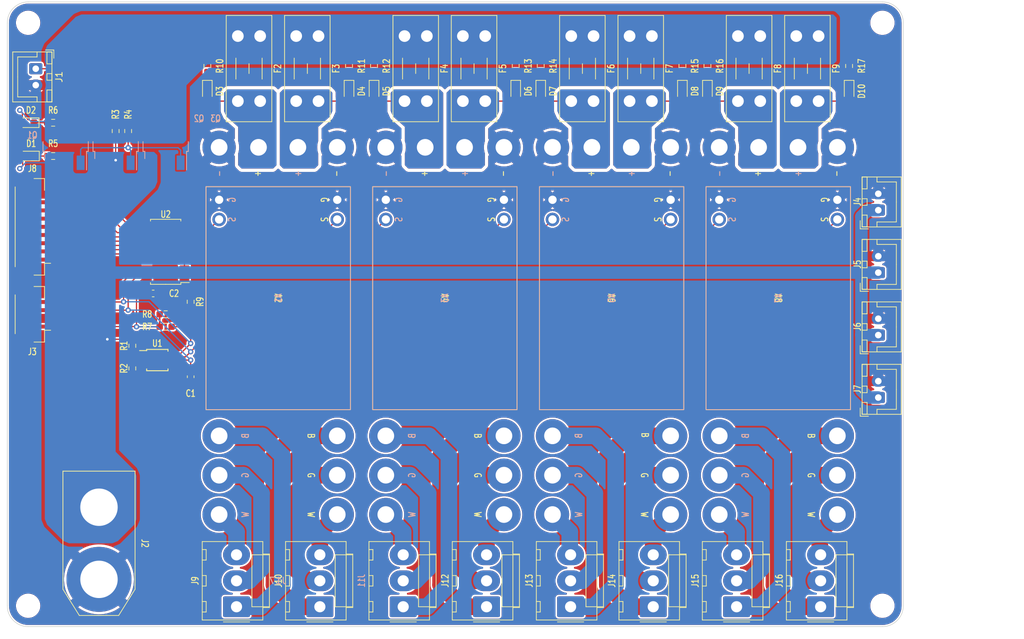
<source format=kicad_pcb>
(kicad_pcb (version 20211014) (generator pcbnew)
  (layers (0 "F.Cu" signal) (1 "In1.Cu" signal) (2 "In2.Cu" signal) (31 "B.Cu" signal) (34 "B.Paste" user) (35 "F.Paste" user) (36 "B.SilkS" user "B.Silkscreen") (37 "F.SilkS" user "F.Silkscreen") (38 "B.Mask" user) (39 "F.Mask" user) (44 "Edge.Cuts" user))
  (net 0 "")
  (net 1 "GND")
  (net 2 "/ESC1/+")
  (net 3 "/ESC1/B")
  (net 4 "/ESC1/G")
  (net 5 "/ESC1/W")
  (net 6 "/PWM1")
  (net 7 "/ESC2/+")
  (net 8 "/ESC2/B")
  (net 9 "/ESC2/G")
  (net 10 "/ESC2/W")
  (net 11 "/PWM2")
  (net 12 "/ESC3/+")
  (net 13 "/ESC3/B")
  (net 14 "/ESC3/G")
  (net 15 "/ESC3/W")
  (net 16 "/PWM3")
  (net 17 "/ESC4/+")
  (net 18 "/ESC4/B")
  (net 19 "/ESC4/G")
  (net 20 "/ESC4/W")
  (net 21 "/PWM4")
  (net 22 "/ESC5/+")
  (net 23 "/ESC5/B")
  (net 24 "/ESC5/G")
  (net 25 "/ESC5/W")
  (net 26 "/PWM5")
  (net 27 "/ESC6/+")
  (net 28 "/ESC6/B")
  (net 29 "/ESC6/G")
  (net 30 "/ESC6/W")
  (net 31 "/PWM6")
  (net 32 "/ESC7/+")
  (net 33 "/ESC7/B")
  (net 34 "/ESC7/G")
  (net 35 "/ESC7/W")
  (net 36 "/PWM7")
  (net 37 "/ESC8/+")
  (net 38 "/ESC8/B")
  (net 39 "/ESC8/G")
  (net 40 "/ESC8/W")
  (net 41 "/PWM8")
  (net 42 "+3.3V")
  (net 43 "Net-(D1-Pad1)")
  (net 44 "Net-(D2-Pad1)")
  (net 45 "+ARM")
  (net 46 "Net-(D3-Pad1)")
  (net 47 "Net-(D4-Pad1)")
  (net 48 "Net-(D5-Pad1)")
  (net 49 "Net-(D6-Pad1)")
  (net 50 "Net-(D7-Pad1)")
  (net 51 "Net-(D8-Pad1)")
  (net 52 "Net-(D9-Pad1)")
  (net 53 "Net-(D10-Pad1)")
  (net 54 "/~{KS}")
  (net 55 "/SCL")
  (net 56 "/SDA")
  (net 57 "/E1")
  (net 58 "/E5")
  (net 59 "/E2")
  (net 60 "/E6")
  (net 61 "/E3")
  (net 62 "/E7")
  (net 63 "/E4")
  (net 64 "/E8")
  (net 65 "Net-(R1-Pad2)")
  (net 70 "+BATT")
  (net 72 "Net-(J1-Pad1)")
  (net 73 "Net-(R9-Pad1)")
  (footprint "Package_SO:TSSOP-28_4.4x9.7mm_P0.65mm" (layer "F.Cu") (at 84.455 88.9 180)
    (fp_text reference "U2")
    (fp_text value "PCA9685PW")
  )
  (footprint "Connector_Molex:Molex_KK-396_A-41791-0003_1x03_P3.96mm_Vertical" (layer "F.Cu") (at 184.255 143.025 90)
    (fp_text reference "J16")
    (fp_text value "T8")
  )
  (footprint "AUVCSLA_FootLib:BasicESC" (layer "F.Cu") (at 101.6 100.965 -90)
    (fp_text reference "A2")
    (fp_text value "BasicESC")
  )
  (footprint "Connector_JST:JST_XH_B2B-XH-A_1x02_P2.50mm_Vertical" (layer "F.Cu") (at 64.66 60.98 -90)
    (fp_text reference "J1")
    (fp_text value "KS")
  )
  (footprint "Fuse:Fuseholder_Blade_Mini_Keystone_3568" (layer "F.Cu") (at 175.055 56 -90)
    (fp_text reference "F8")
    (fp_text value "20A")
  )
  (footprint "Resistor_SMD:R_0603_1608Metric_Pad0.98x0.95mm_HandSolder" (layer "F.Cu") (at 137.795 60.5625 -90)
    (fp_text reference "R13")
    (fp_text value "820")
  )
  (footprint "Connector_Molex:Molex_KK-396_A-41791-0003_1x03_P3.96mm_Vertical" (layer "F.Cu") (at 107.95 143.025 90)
    (fp_text reference "J10")
    (fp_text value "T2")
  )
  (footprint "Connector_Molex:Molex_KK-396_A-41791-0003_1x03_P3.96mm_Vertical" (layer "F.Cu") (at 171.45 143.025 90)
    (fp_text reference "J15")
    (fp_text value "T7")
  )
  (footprint "Resistor_SMD:R_0603_1608Metric_Pad0.98x0.95mm_HandSolder" (layer "F.Cu") (at 163.195 60.5625 -90)
    (fp_text reference "R15")
    (fp_text value "820")
  )
  (footprint "Resistor_SMD:R_0603_1608Metric_Pad0.98x0.95mm_HandSolder" (layer "F.Cu") (at 90.805 60.5625 -90)
    (fp_text reference "R10")
    (fp_text value "820")
  )
  (footprint "Resistor_SMD:R_0603_1608Metric_Pad0.98x0.95mm_HandSolder" (layer "F.Cu") (at 84.455 100.33 180)
    (fp_text reference "R7")
    (fp_text value "4.7k")
  )
  (footprint "Resistor_SMD:R_0603_1608Metric_Pad0.98x0.95mm_HandSolder" (layer "F.Cu") (at 76.835 70.485 -90)
    (fp_text reference "R3")
    (fp_text value "68k")
  )
  (footprint "Connector_JST:JST_XH_B2B-XH-A_1x02_P2.50mm_Vertical" (layer "F.Cu") (at 193.04 82.55 90)
    (fp_text reference "J4")
    (fp_text value "P1")
  )
  (footprint "Connector_Molex:Molex_KK-396_A-41791-0003_1x03_P3.96mm_Vertical" (layer "F.Cu") (at 95.25 143.025 90)
    (fp_text reference "J9")
    (fp_text value "T1")
  )
  (footprint "Resistor_SMD:R_0603_1608Metric_Pad0.98x0.95mm_HandSolder" (layer "F.Cu") (at 67.31 74.295)
    (fp_text reference "R5")
    (fp_text value "820")
  )
  (footprint "Connector_Molex:Molex_KK-396_A-41791-0003_1x03_P3.96mm_Vertical" (layer "F.Cu") (at 120.65 143.025 90)
    (fp_text reference "J11")
    (fp_text value "T3")
  )
  (footprint "Capacitor_SMD:C_0603_1608Metric_Pad1.08x0.95mm_HandSolder" (layer "F.Cu") (at 82.55 95.25)
    (fp_text reference "C2")
    (fp_text value "0.1u")
  )
  (footprint "MountingHole:MountingHole_3.2mm_M3" (layer "F.Cu") (at 63.5 142.875)
    (fp_text reference "H3" hide)
    (fp_text value "MountingHole")
  )
  (footprint "Fuse:Fuseholder_Blade_Mini_Keystone_3568" (layer "F.Cu") (at 183.945 56 -90)
    (fp_text reference "F9")
    (fp_text value "20A")
  )
  (footprint "Connector_JST:JST_XH_B2B-XH-A_1x02_P2.50mm_Vertical" (layer "F.Cu") (at 193.04 92.075 90)
    (fp_text reference "J5")
    (fp_text value "P2")
  )
  (footprint "Fuse:Fuseholder_Blade_Mini_Keystone_3568" (layer "F.Cu") (at 107.745 56 -90)
    (fp_text reference "F3")
    (fp_text value "20A")
  )
  (footprint "Connector_JST:JST_XH_B2B-XH-A_1x02_P2.50mm_Vertical" (layer "F.Cu") (at 193.04 101.6 90)
    (fp_text reference "J6")
    (fp_text value "P3")
  )
  (footprint "Fuse:Fuseholder_Blade_Mini_Keystone_3568" (layer "F.Cu") (at 98.855 56 -90)
    (fp_text reference "F2")
    (fp_text value "20A")
  )
  (footprint "Fuse:Fuseholder_Blade_Mini_Keystone_3568" (layer "F.Cu") (at 124.255 56 -90)
    (fp_text reference "F4")
    (fp_text value "20A")
  )
  (footprint "Fuse:Fuseholder_Blade_Mini_Keystone_3568" (layer "F.Cu") (at 158.545 56 -90)
    (fp_text reference "F7")
    (fp_text value "20A")
  )
  (footprint "Resistor_SMD:R_0603_1608Metric_Pad0.98x0.95mm_HandSolder" (layer "F.Cu") (at 79.375 103.2275 -90)
    (fp_text reference "R1")
    (fp_text value "68k")
  )
  (footprint "Connector_JST:JST_GH_BM04B-GHS-TBT_1x04-1MP_P1.25mm_Vertical" (layer "F.Cu") (at 64.135 98.425 90)
    (fp_text reference "J3")
    (fp_text value "I2C")
  )
  (footprint "Fuse:Fuseholder_Blade_Mini_Keystone_3568" (layer "F.Cu") (at 133.145 56 -90)
    (fp_text reference "F5")
    (fp_text value "20A")
  )
  (footprint "MountingHole:MountingHole_3.2mm_M3" (layer "F.Cu") (at 193.675 142.875)
    (fp_text reference "H4" hide)
    (fp_text value "MountingHole")
  )
  (footprint "Resistor_SMD:R_0603_1608Metric_Pad0.98x0.95mm_HandSolder" (layer "F.Cu") (at 84.455 98.425 180)
    (fp_text reference "R8")
    (fp_text value "4.7k")
  )
  (footprint "Resistor_SMD:R_0603_1608Metric_Pad0.98x0.95mm_HandSolder" (layer "F.Cu") (at 167.005 60.5625 -90)
    (fp_text reference "R16")
    (fp_text value "820")
  )
  (footprint "MountingHole:MountingHole_3.2mm_M3" (layer "F.Cu") (at 63.5 53.975)
    (fp_text reference "H1" hide)
    (fp_text value "MountingHole")
  )
  (footprint "LED_SMD:LED_0603_1608Metric_Pad1.05x0.95mm_HandSolder" (layer "F.Cu") (at 63.5375 74.295 180)
    (fp_text reference "D1")
    (fp_text value "PWR")
  )
  (footprint "Resistor_SMD:R_0603_1608Metric_Pad0.98x0.95mm_HandSolder" (layer "F.Cu") (at 67.31 69.215)
    (fp_text reference "R6")
    (fp_text value "820")
  )
  (footprint "Resistor_SMD:R_0603_1608Metric_Pad0.98x0.95mm_HandSolder" (layer "F.Cu") (at 188.595 60.5625 -90)
    (fp_text reference "R17")
    (fp_text value "820")
  )
  (footprint "AUVCSLA_FootLib:XT90" (layer "F.Cu") (at 74.295 133.35 -90)
    (fp_text reference "J2")
    (fp_text value "BATT")
  )
  (footprint "Resistor_SMD:R_0603_1608Metric_Pad0.98x0.95mm_HandSolder" (layer "F.Cu") (at 78.74 70.485 90)
    (fp_text reference "R4")
    (fp_text value "4.7k")
  )
  (footprint "Connector_JST:JST_XH_B2B-XH-A_1x02_P2.50mm_Vertical" (layer "F.Cu") (at 193.04 111.125 90)
    (fp_text reference "J7")
    (fp_text value "P4")
  )
  (footprint "Connector_Molex:Molex_KK-396_A-41791-0003_1x03_P3.96mm_Vertical" (layer "F.Cu") (at 146.155 143.025 90)
    (fp_text reference "J13")
    (fp_text value "T5")
  )
  (footprint "AUVCSLA_FootLib:BasicESC" (layer "F.Cu") (at 177.805 100.965 -90)
    (fp_text reference "A8")
    (fp_text value "BasicESC")
  )
  (footprint "LED_SMD:LED_0603_1608Metric_Pad1.05x0.95mm_HandSolder" (layer "F.Cu") (at 90.805 64.41 -90)
    (fp_text reference "D3")
    (fp_text value "PWR")
  )
  (footprint "LED_SMD:LED_0603_1608Metric_Pad1.05x0.95mm_HandSolder" (layer "F.Cu") (at 141.605 64.41 -90)
    (fp_text reference "D7")
    (fp_text value "PWR")
  )
  (footprint "Fuse:Fuseholder_Blade_Mini_Keystone_3568" (layer "F.Cu") (at 149.655 56 -90)
    (fp_text reference "F6")
    (fp_text value "20A")
  )
  (footprint "Resistor_SMD:R_0603_1608Metric_Pad0.98x0.95mm_HandSolder" (layer "F.Cu") (at 79.375 106.68 -90)
    (fp_text reference "R2")
    (fp_text value "15k")
  )
  (footprint "LED_SMD:LED_0603_1608Metric_Pad1.05x0.95mm_HandSolder" (layer "F.Cu") (at 116.205 64.41 -90)
    (fp_text reference "D5")
    (fp_text value "PWR")
  )
  (footprint "Resistor_SMD:R_0603_1608Metric_Pad0.98x0.95mm_HandSolder" (layer "F.Cu") (at 141.605 60.5625 -90)
    (fp_text reference "R14")
    (fp_text value "820")
  )
  (footprint "Capacitor_SMD:C_0603_1608Metric_Pad1.08x0.95mm_HandSolder" (layer "F.Cu") (at 88.265 107.95 -90)
    (fp_text reference "C1")
    (fp_text value "0.1u")
  )
  (footprint "Connector_Molex:Molex_KK-396_A-41791-0003_1x03_P3.96mm_Vertical" (layer "F.Cu") (at 133.35 143.025 90)
    (fp_text reference "J12")
    (fp_text value "T4")
  )
  (footprint "LED_SMD:LED_0603_1608Metric_Pad1.05x0.95mm_HandSolder" (layer "F.Cu") (at 112.395 64.41 -90)
    (fp_text reference "D4")
    (fp_text value "PWR")
  )
  (footprint "Package_SO:TSSOP-10_3x3mm_P0.5mm" (layer "F.Cu") (at 83.185 105.41)
    (fp_text reference "U1")
    (fp_text value "ADS1113IDGS")
  )
  (footprint "LED_SMD:LED_0603_1608Metric_Pad1.05x0.95mm_HandSolder" (layer "F.Cu") (at 167.005 64.41 -90)
    (fp_text reference "D9")
    (fp_text value "PWR")
  )
  (footprint "AUVCSLA_FootLib:BasicESC" (layer "F.Cu") (at 152.4 100.965 -90)
    (fp_text reference "A6")
    (fp_text value "BasicESC")
  )
  (footprint "Connector_Molex:Molex_KK-396_A-41791-0003_1x03_P3.96mm_Vertical" (layer "F.Cu") (at 158.75 143.025 90)
    (fp_text reference "J14")
    (fp_text value "T6")
  )
  (footprint "LED_SMD:LED_0603_1608Metric_Pad1.05x0.95mm_HandSolder" (layer "F.Cu") (at 188.595 64.41 -90)
    (fp_text reference "D10")
    (fp_text value "PWR")
  )
  (footprint "LED_SMD:LED_0603_1608Metric_Pad1.05x0.95mm_HandSolder" (layer "F.Cu") (at 63.5 69.215 180)
    (fp_text reference "D2")
    (fp_text value "ARM")
  )
  (footprint "MountingHole:MountingHole_3.2mm_M3" (layer "F.Cu") (at 193.675 53.975)
    (fp_text reference "H2" hide)
    (fp_text value "MountingHole")
  )
  (footprint "Resistor_SMD:R_0603_1608Metric_Pad0.98x0.95mm_HandSolder" (layer "F.Cu") (at 116.205 60.5625 -90)
    (fp_text reference "R12")
    (fp_text value "820")
  )
  (footprint "LED_SMD:LED_0603_1608Metric_Pad1.05x0.95mm_HandSolder" (layer "F.Cu") (at 163.195 64.41 -90)
    (fp_text reference "D8")
    (fp_text value "PWR")
  )
  (footprint "Connector_JST:JST_GH_BM09B-GHS-TBT_1x09-1MP_P1.25mm_Vertical" (layer "F.Cu") (at 64.135 85.09 90)
    (fp_text reference "J8")
    (fp_text value "PWM")
  )
  (footprint "Resistor_SMD:R_0603_1608Metric_Pad0.98x0.95mm_HandSolder" (layer "F.Cu") (at 88.265 96.52 -90)
    (fp_text reference "R9")
    (fp_text value "4.7k")
  )
  (footprint "Resistor_SMD:R_0603_1608Metric_Pad0.98x0.95mm_HandSolder" (layer "F.Cu") (at 112.395 60.5625 -90)
    (fp_text reference "R11")
    (fp_text value "820")
  )
  (footprint "AUVCSLA_FootLib:BasicESC" (layer "F.Cu") (at 127 100.965 -90)
    (fp_text reference "A4")
    (fp_text value "BasicESC")
  )
  (footprint "LED_SMD:LED_0603_1608Metric_Pad1.05x0.95mm_HandSolder" (layer "F.Cu") (at 137.795 64.41 -90)
    (fp_text reference "D6")
    (fp_text value "PWR")
  )
  (footprint "Package_TO_SOT_SMD:TO-252-2" (layer "B.Cu") (at 69.215 71.12 90)
    (fp_text reference "Q1")
    (fp_text value "SUD50P08")
  )
  (footprint "AUVCSLA_FootLib:BasicESC" (layer "B.Cu") (at 127 100.965 -90)
    (fp_text reference "A3")
    (fp_text value "BasicESC")
  )
  (footprint "Package_TO_SOT_SMD:TO-252-2" (layer "B.Cu") (at 84.455 71.12 90)
    (fp_text reference "Q3")
    (fp_text value "SUD50P08")
  )
  (footprint "AUVCSLA_FootLib:BasicESC" (layer "B.Cu") (at 152.4 100.965 -90)
    (fp_text reference "A5")
    (fp_text value "BasicESC")
  )
  (footprint "AUVCSLA_FootLib:BasicESC" (layer "B.Cu") (at 177.805 100.965 -90)
    (fp_text reference "A7")
    (fp_text value "BasicESC")
  )
  (footprint "AUVCSLA_FootLib:BasicESC" (layer "B.Cu") (at 101.6 100.965 -90)
    (fp_text reference "A1")
    (fp_text value "BasicESC")
  )
  (footprint "Package_TO_SOT_SMD:TO-252-2" (layer "B.Cu") (at 76.835 71.12 90)
    (fp_text reference "Q2")
    (fp_text value "SUD50P08")
  )
  (gr_arc (start 196.85 142.875) (mid 195.920064 145.120064) (end 193.675 146.05) (layer "Edge.Cuts") (width 0.1))
  (gr_line (start 60.325 142.875) (end 60.325 53.975) (layer "Edge.Cuts") (width 0.1))
  (gr_arc (start 60.325 53.975) (mid 61.254936 51.729936) (end 63.5 50.8) (layer "Edge.Cuts") (width 0.1))
  (gr_line (start 193.675 146.05) (end 63.5 146.05) (layer "Edge.Cuts") (width 0.1))
  (gr_arc (start 193.675 50.8) (mid 195.920064 51.729936) (end 196.85 53.975) (layer "Edge.Cuts") (width 0.1))
  (gr_line (start 63.5 50.8) (end 193.675 50.8) (layer "Edge.Cuts") (width 0.1))
  (gr_line (start 196.85 53.975) (end 196.85 142.875) (layer "Edge.Cuts") (width 0.1))
  (gr_arc (start 63.5 146.05) (mid 61.254936 145.120064) (end 60.325 142.875) (layer "Edge.Cuts") (width 0.1))
  (gr_text "J17" (at 101.56 139.065) (layer "B.SilkS") (effects (font (size 1 1)) (justify mirror)))
  (segment (start 81.035 105.41) (end 81.915 105.41) (width 0.1905) (layer "F.Cu") (net 1))
  (segment (start 90.805 65.285) (end 91.955 65.285) (width 0.1905) (layer "F.Cu") (net 2))
  (segment (start 91.955 65.285) (end 92.59 65.92) (width 0.1905) (layer "F.Cu") (net 2))
  (segment (start 92.59 65.92) (end 95.455 65.92) (width 0.1905) (layer "F.Cu") (net 2))
  (segment (start 98.91 143.025) (end 95.25 143.025) (width 2.54) (layer "B.Cu") (net 3))
  (segment (start 99.185 116.965) (end 102.235 120.015) (width 2.54) (layer "B.Cu") (net 3))
  (segment (start 102.235 120.015) (end 102.235 139.7) (width 2.54) (layer "B.Cu") (net 3))
  (segment (start 92.6 116.965) (end 99.185 116.965) (width 2.54) (layer "B.Cu") (net 3))
  (segment (start 102.235 139.7) (end 98.91 143.025) (width 2.54) (layer "B.Cu") (net 3))
  (segment (start 99.06 125.73) (end 99.06 137.16) (width 2.54) (layer "B.Cu") (net 4))
  (segment (start 99.06 137.16) (end 97.155 139.065) (width 2.54) (layer "B.Cu") (net 4))
  (segment (start 96.295 122.965) (end 99.06 125.73) (width 2.54) (layer "B.Cu") (net 4))
  (segment (start 97.155 139.065) (end 95.25 139.065) (width 2.54) (layer "B.Cu") (net 4))
  (segment (start 92.6 122.965) (end 96.295 122.965) (width 2.54) (layer "B.Cu") (net 4))
  (segment (start 95.25 135.105) (end 95.25 131.615) (width 2.54) (layer "B.Cu") (net 5))
  (segment (start 95.25 131.615) (end 92.6 128.965) (width 2.54) (layer "B.Cu") (net 5))
  (segment (start 91.24 85.325) (end 87.3175 85.325) (width 0.1905) (layer "F.Cu") (net 6))
  (segment (start 92.6 83.965) (end 91.24 85.325) (width 0.1905) (layer "F.Cu") (net 6))
  (segment (start 110.61 65.92) (end 107.745 65.92) (width 0.1905) (layer "F.Cu") (net 7))
  (segment (start 112.395 65.285) (end 111.245 65.285) (width 0.1905) (layer "F.Cu") (net 7))
  (segment (start 111.245 65.285) (end 110.61 65.92) (width 0.1905) (layer "F.Cu") (net 7))
  (segment (start 107.95 143.025) (end 104.29 143.025) (width 2.54) (layer "F.Cu") (net 8))
  (segment (start 100.965 120.015) (end 104.015 116.965) (width 2.54) (layer "F.Cu") (net 8))
  (segment (start 104.015 116.965) (end 110.6 116.965) (width 2.54) (layer "F.Cu") (net 8))
  (segment (start 104.29 143.025) (end 100.965 139.7) (width 2.54) (layer "F.Cu") (net 8))
  (segment (start 100.965 139.7) (end 100.965 120.015) (width 2.54) (layer "F.Cu") (net 8))
  (segment (start 104.14 125.73) (end 106.905 122.965) (width 2.54) (layer "F.Cu") (net 9))
  (segment (start 106.905 122.965) (end 110.6 122.965) (width 2.54) (layer "F.Cu") (net 9))
  (segment (start 106.045 139.065) (end 104.14 137.16) (width 2.54) (layer "F.Cu") (net 9))
  (segment (start 107.95 139.065) (end 106.045 139.065) (width 2.54) (layer "F.Cu") (net 9))
  (segment (start 104.14 137.16) (end 104.14 125.73) (width 2.54) (layer "F.Cu") (net 9))
  (segment (start 107.95 131.615) (end 110.6 128.965) (width 2.54) (layer "F.Cu") (net 10))
  (segment (start 107.95 135.105) (end 107.95 131.615) (width 2.54) (layer "F.Cu") (net 10))
  (segment (start 110.6 83.965) (end 108.59 85.975) (width 0.1905) (layer "F.Cu") (net 11))
  (segment (start 108.59 85.975) (end 87.3175 85.975) (width 0.1905) (layer "F.Cu") (net 11))
  (segment (start 117.355 65.285) (end 117.99 65.92) (width 0.1905) (layer "F.Cu") (net 12))
  (segment (start 117.99 65.92) (end 120.855 65.92) (width 0.1905) (layer "F.Cu") (net 12))
  (segment (start 116.205 65.285) (end 117.355 65.285) (width 0.1905) (layer "F.Cu") (net 12))
  (segment (start 127.618 120.017) (end 127.618 139.702) (width 2.54) (layer "B.Cu") (net 13))
  (segment (start 124.293 143.027) (end 120.633 143.027) (width 2.54) (layer "B.Cu") (net 13))
  (segment (start 124.568 116.967) (end 127.618 120.017) (width 2.54) (layer "B.Cu") (net 13))
  (segment (start 127.618 139.702) (end 124.293 143.027) (width 2.54) (layer "B.Cu") (net 13))
  (segment (start 117.983 116.967) (end 124.568 116.967) (width 2.54) (layer "B.Cu") (net 13))
  (segment (start 124.443 125.732) (end 124.443 137.162) (width 2.54) (layer "B.Cu") (net 14))
  (segment (start 117.983 122.967) (end 121.678 122.967) (width 2.54) (layer "B.Cu") (net 14))
  (segment (start 122.538 139.067) (end 120.633 139.067) (width 2.54) (layer "B.Cu") (net 14))
  (segment (start 124.443 137.162) (end 122.538 139.067) (width 2.54) (layer "B.Cu") (net 14))
  (segment (start 121.678 122.967) (end 124.443 125.732) (width 2.54) (layer "B.Cu") (net 14))
  (segment (start 120.633 135.107) (end 120.633 131.617) (width 2.54) (layer "B.Cu") (net 15))
  (segment (start 120.633 131.617) (end 117.983 128.967) (width 2.54) (layer "B.Cu") (net 15))
  (segment (start 116.24 85.725) (end 116.205 85.725) (width 0.1905) (layer "F.Cu") (net 16))
  (segment (start 118 83.965) (end 116.24 85.725) (width 0.1905) (layer "F.Cu") (net 16))
  (segment (start 115.305 86.625) (end 87.3175 86.625) (width 0.1905) (layer "F.Cu") (net 16))
  (segment (start 116.205 85.725) (end 115.305 86.625) (width 0.1905) (layer "F.Cu") (net 16))
  (segment (start 136.01 65.92) (end 133.145 65.92) (width 0.1905) (layer "F.Cu") (net 17))
  (segment (start 137.795 65.285) (end 136.645 65.285) (width 0.1905) (layer "F.Cu") (net 17))
  (segment (start 136.645 65.285) (end 136.01 65.92) (width 0.1905) (layer "F.Cu") (net 17))
  (segment (start 126.348 120.017) (end 129.398 116.967) (width 2.54) (layer "F.Cu") (net 18))
  (segment (start 129.398 116.967) (end 135.983 116.967) (width 2.54) (layer "F.Cu") (net 18))
  (segment (start 133.333 143.027) (end 129.673 143.027) (width 2.54) (layer "F.Cu") (net 18))
  (segment (start 129.673 143.027) (end 126.348 139.702) (width 2.54) (layer "F.Cu") (net 18))
  (segment (start 126.348 139.702) (end 126.348 120.017) (width 2.54) (layer "F.Cu") (net 18))
  (segment (start 133.333 139.067) (end 131.428 139.067) (width 2.54) (layer "F.Cu") (net 19))
  (segment (start 129.523 125.732) (end 132.288 122.967) (width 2.54) (layer "F.Cu") (net 19))
  (segment (start 131.428 139.067) (end 129.523 137.162) (width 2.54) (layer "F.Cu") (net 19))
  (segment (start 129.523 137.162) (end 129.523 125.732) (width 2.54) (layer "F.Cu") (net 19))
  (segment (start 132.288 122.967) (end 135.983 122.967) (width 2.54) (layer "F.Cu") (net 19))
  (segment (start 133.333 135.107) (end 133.333 131.617) (width 2.54) (layer "F.Cu") (net 20))
  (segment (start 133.333 131.617) (end 135.983 128.967) (width 2.54) (layer "F.Cu") (net 20))
  (segment (start 132.69 87.275) (end 87.3175 87.275) (width 0.1905) (layer "F.Cu") (net 21))
  (segment (start 136 83.965) (end 132.69 87.275) (width 0.1905) (layer "F.Cu") (net 21))
  (segment (start 141.605 65.285) (end 142.755 65.285) (width 0.1905) (layer "F.Cu") (net 22))
  (segment (start 143.39 65.92) (end 146.255 65.92) (width 0.1905) (layer "F.Cu") (net 22))
  (segment (start 142.755 65.285) (end 143.39 65.92) (width 0.1905) (layer "F.Cu") (net 22))
  (segment (start 143.383 116.967) (end 149.968 116.967) (width 2.54) (layer "B.Cu") (net 23))
  (segment (start 153.018 120.017) (end 153.018 139.702) (width 2.54) (layer "B.Cu") (net 23))
  (segment (start 149.693 143.027) (end 146.033 143.027) (width 2.54) (layer "B.Cu") (net 23))
  (segment (start 153.018 139.702) (end 149.693 143.027) (width 2.54) (layer "B.Cu") (net 23))
  (segment (start 149.968 116.967) (end 153.018 120.017) (width 2.54) (layer "B.Cu") (net 23))
  (segment (start 143.383 122.967) (end 147.078 122.967) (width 2.54) (layer "B.Cu") (net 24))
  (segment (start 147.938 139.067) (end 146.033 139.067) (width 2.54) (layer "B.Cu") (net 24))
  (segment (start 149.843 125.732) (end 149.843 137.162) (width 2.54) (layer "B.Cu") (net 24))
  (segment (start 147.078 122.967) (end 149.843 125.732) (width 2.54) (layer "B.Cu") (net 24))
  (segment (start 149.843 137.162) (end 147.938 139.067) (width 2.54) (layer "B.Cu") (net 24))
  (segment (start 146.033 135.107) (end 146.033 131.617) (width 2.54) (layer "B.Cu") (net 25))
  (segment (start 146.033 131.617) (end 143.383 128.967) (width 2.54) (layer "B.Cu") (net 25))
  (segment (start 87.3175 87.925) (end 139.44 87.925) (width 0.1905) (layer "F.Cu") (net 26))
  (segment (start 139.44 87.925) (end 143.4 83.965) (width 0.1905) (layer "F.Cu") (net 26))
  (segment (start 161.41 65.92) (end 158.545 65.92) (width 0.1905) (layer "F.Cu") (net 27))
  (segment (start 162.045 65.285) (end 161.41 65.92) (width 0.1905) (layer "F.Cu") (net 27))
  (segment (start 163.195 65.285) (end 162.045 65.285) (width 0.1905) (layer "F.Cu") (net 27))
  (segment (start 151.748 120.017) (end 154.798 116.967) (width 2.54) (layer "F.Cu") (net 28))
  (segment (start 158.733 143.027) (end 155.073 143.027) (width 2.54) (layer "F.Cu") (net 28))
  (segment (start 154.798 116.967) (end 161.383 116.967) (width 2.54) (layer "F.Cu") (net 28))
  (segment (start 155.073 143.027) (end 151.748 139.702) (width 2.54) (layer "F.Cu") (net 28))
  (segment (start 151.748 139.702) (end 151.748 120.017) (width 2.54) (layer "F.Cu") (net 28))
  (segment (start 158.733 139.067) (end 156.828 139.067) (width 2.54) (layer "F.Cu") (net 29))
  (segment (start 157.688 122.967) (end 161.383 122.967) (width 2.54) (layer "F.Cu") (net 29))
  (segment (start 154.923 137.162) (end 154.923 125.732) (width 2.54) (layer "F.Cu") (net 29))
  (segment (start 156.828 139.067) (end 154.923 137.162) (width 2.54) (layer "F.Cu") (net 29))
  (segment (start 154.923 125.732) (end 157.688 122.967) (width 2.54) (layer "F.Cu") (net 29))
  (segment (start 158.733 135.107) (end 158.733 131.617) (width 2.54) (layer "F.Cu") (net 30))
  (segment (start 158.733 131.617) (end 161.383 128.967) (width 2.54) (layer "F.Cu") (net 30))
  (segment (start 87.3175 88.575) (end 156.79 88.575) (width 0.1905) (layer "F.Cu") (net 31))
  (segment (start 156.79 88.575) (end 161.4 83.965) (width 0.1905) (layer "F.Cu") (net 31))
  (segment (start 167.005 65.285) (end 168.155 65.285) (width 0.1905) (layer "F.Cu") (net 32))
  (segment (start 168.79 65.92) (end 171.655 65.92) (width 0.1905) (layer "F.Cu") (net 32))
  (segment (start 168.155 65.285) (end 168.79 65.92) (width 0.1905) (layer "F.Cu") (net 32))
  (segment (start 178.418 139.702) (end 175.093 143.027) (width 2.54) (layer "B.Cu") (net 33))
  (segment (start 175.093 143.027) (end 171.433 143.027) (width 2.54) (layer "B.Cu") (net 33))
  (segment (start 175.368 116.967) (end 178.418 120.017) (width 2.54) (layer "B.Cu") (net 33))
  (segment (start 178.418 120.017) (end 178.418 139.702) (width 2.54) (layer "B.Cu") (net 33))
  (segment (start 168.783 116.967) (end 175.368 116.967) (width 2.54) (layer "B.Cu") (net 33))
  (segment (start 172.478 122.967) (end 175.243 125.732) (width 2.54) (layer "B.Cu") (net 34))
  (segment (start 168.783 122.967) (end 172.478 122.967) (width 2.54) (layer "B.Cu") (net 34))
  (segment (start 173.338 139.067) (end 171.433 139.067) (width 2.54) (layer "B.Cu") (net 34))
  (segment (start 175.243 137.162) (end 173.338 139.067) (width 2.54) (layer "B.Cu") (net 34))
  (segment (start 175.243 125.732) (end 175.243 137.162) (width 2.54) (layer "B.Cu") (net 34))
  (segment (start 171.433 131.617) (end 168.783 128.967) (width 2.54) (layer "B.Cu") (net 35))
  (segment (start 171.433 135.107) (end 171.433 131.617) (width 2.54) (layer "B.Cu") (net 35))
  (segment (start 87.3175 89.225) (end 163.545 89.225) (width 0.1905) (layer "F.Cu") (net 36))
  (segment (start 163.545 89.225) (end 168.805 83.965) (width 0.1905) (layer "F.Cu") (net 36))
  (segment (start 186.81 65.92) (end 183.945 65.92) (width 0.1905) (layer "F.Cu") (net 37))
  (segment (start 188.595 65.285) (end 187.445 65.285) (width 0.1905) (layer "F.Cu") (net 37))
  (segment (start 187.445 65.285) (end 186.81 65.92) (width 0.1905) (layer "F.Cu") (net 37))
  (segment (start 177.148 139.702) (end 177.148 120.017) (width 2.54) (layer "F.Cu") (net 38))
  (segment (start 184.133 143.027) (end 180.473 143.027) (width 2.54) (layer "F.Cu") (net 38))
  (segment (start 180.473 143.027) (end 177.148 139.702) (width 2.54) (layer "F.Cu") (net 38))
  (segment (start 180.198 116.967) (end 186.783 116.967) (width 2.54) (layer "F.Cu") (net 38))
  (segment (start 177.148 120.017) (end 180.198 116.967) (width 2.54) (layer "F.Cu") (net 38))
  (segment (start 180.323 137.162) (end 180.323 125.732) (width 2.54) (layer "F.Cu") (net 39))
  (segment (start 180.323 125.732) (end 183.088 122.967) (width 2.54) (layer "F.Cu") (net 39))
  (segment (start 183.088 122.967) (end 186.783 122.967) (width 2.54) (layer "F.Cu") (net 39))
  (segment (start 184.133 139.067) (end 182.228 139.067) (width 2.54) (layer "F.Cu") (net 39))
  (segment (start 182.228 139.067) (end 180.323 137.162) (width 2.54) (layer "F.Cu") (net 39))
  (segment (start 184.133 131.617) (end 186.783 128.967) (width 2.54) (layer "F.Cu") (net 40))
  (segment (start 184.133 135.107) (end 184.133 131.617) (width 2.54) (layer "F.Cu") (net 40))
  (segment (start 180.895 89.875) (end 186.805 83.965) (width 0.1905) (layer "F.Cu") (net 41))
  (segment (start 87.3175 89.875) (end 180.895 89.875) (width 0.1905) (layer "F.Cu") (net 41))
  (segment (start 80.01 93.98) (end 80.865 93.125) (width 0.1905) (layer "F.Cu") (net 42))
  (segment (start 88.265 105.41) (end 85.335 105.41) (width 0.1905) (layer "F.Cu") (net 42))
  (segment (start 80.01 100.33) (end 83.5425 100.33) (width 0.1905) (layer "F.Cu") (net 42))
  (segment (start 79.98 100.3) (end 66.085 100.3) (width 0.1905) (layer "F.Cu") (net 42))
  (segment (start 80.01 100.33) (end 80.01 93.98) (width 0.1905) (layer "F.Cu") (net 42))
  (segment (start 81.6875 93.22) (end 81.6875 95.25) (width 0.1905) (layer "F.Cu") (net 42))
  (segment (start 81.5925 93.125) (end 81.6875 93.22) (width 0.1905) (layer "F.Cu") (net 42))
  (segment (start 80.01 100.33) (end 79.98 100.3) (width 0.1905) (layer "F.Cu") (net 42))
  (segment (start 88.265 105.41) (end 88.265 107.0875) (width 0.1905) (layer "F.Cu") (net 42))
  (segment (start 83.5425 98.425) (end 83.5425 100.33) (width 0.25) (layer "F.Cu") (net 42))
  (segment (start 80.865 93.125) (end 81.5925 93.125) (width 0.1905) (layer "F.Cu") (net 42))
  (via (at 80.01 100.33) (size 0.8) (drill 0.4) (layers "F.Cu" "B.Cu") (net 42))
  (via (at 88.265 105.41) (size 0.8) (drill 0.4) (layers "F.Cu" "B.Cu") (net 42))
  (segment (start 83.185 100.33) (end 88.265 105.41) (width 0.1905) (layer "B.Cu") (net 42))
  (segment (start 80.01 100.33) (end 83.185 100.33) (width 0.1905) (layer "B.Cu") (net 42))
  (segment (start 64.375 74.295) (end 66.3975 74.295) (width 0.1905) (layer "F.Cu") (net 43))
  (segment (start 64.375 69.215) (end 66.3975 69.215) (width 0.1905) (layer "F.Cu") (net 44))
  (segment (start 62.625 69.215) (end 62.625 67.705) (width 0.1905) (layer "F.Cu") (net 45))
  (segment (start 62.625 67.705) (end 62.23 67.31) (width 0.1905) (layer "F.Cu") (net 45))
  (via (at 62.23 67.31) (size 0.8) (drill 0.4) (layers "F.Cu" "B.Cu") (net 45))
  (segment (start 63.94 69.02) (end 69.215 69.02) (width 0.1905) (layer "B.Cu") (net 45))
  (segment (start 62.23 67.31) (end 63.94 69.02) (width 0.1905) (layer "B.Cu") (net 45))
  (segment (start 90.805 61.475) (end 90.805 63.535) (width 0.1905) (layer "F.Cu") (net 46))
  (segment (start 112.395 61.475) (end 112.395 63.535) (width 0.1905) (layer "F.Cu") (net 47))
  (segment (start 116.205 61.475) (end 116.205 63.535) (width 0.1905) (layer "F.Cu") (net 48))
  (segment (start 137.795 61.475) (end 137.795 63.535) (width 0.1905) (layer "F.Cu") (net 49))
  (segment (start 141.605 61.475) (end 141.605 63.535) (width 0.1905) (layer "F.Cu") (net 50))
  (segment (start 163.195 61.475) (end 163.195 63.535) (width 0.1905) (layer "F.Cu") (net 51))
  (segment (start 167.005 61.475) (end 167.005 63.535) (width 0.1905) (layer "F.Cu") (net 52))
  (segment (start 188.595 61.475) (end 188.595 63.535) (width 0.1905) (layer "F.Cu") (net 53))
  (segment (start 78.74 71.3975) (end 78.74 73.025) (width 0.1905) (layer "F.Cu") (net 54))
  (via (at 78.74 73.025) (size 0.8) (drill 0.4) (layers "F.Cu" "B.Cu") (net 54))
  (segment (start 79.115 73.4) (end 78.74 73.025) (width 0.1905) (layer "B.Cu") (net 54))
  (segment (start 71.755 73.025) (end 71.495 73.285) (width 0.1905) (layer "B.Cu") (net 54))
  (segment (start 86.735 75.32) (end 86.735 73.4) (width 0.1905) (layer "B.Cu") (net 54))
  (segment (start 86.735 73.4) (end 86.36 73.025) (width 0.1905) (layer "B.Cu") (net 54))
  (segment (start 79.115 75.32) (end 79.115 73.4) (width 0.1905) (layer "B.Cu") (net 54))
  (segment (start 78.74 73.025) (end 86.36 73.025) (width 0.1905) (layer "B.Cu") (net 54))
  (segment (start 78.74 73.025) (end 71.755 73.025) (width 0.1905) (layer "B.Cu") (net 54))
  (segment (start 71.495 73.285) (end 71.495 75.32) (width 0.1905) (layer "B.Cu") (net 54))
  (segment (start 86.36 100.33) (end 85.3675 100.33) (width 0.1905) (layer "F.Cu") (net 55))
  (segment (start 78.0405 96.52) (end 78.0105 96.55) (width 0.1905) (layer "F.Cu") (net 55))
  (segment (start 88.265 102.87) (end 88.265 102.235) (width 0.1905) (layer "F.Cu") (net 55))
  (segment (start 86.725 104.41) (end 85.335 104.41) (width 0.1905) (layer "F.Cu") (net 55))
  (segment (start 88.265 102.235) (end 86.36 100.33) (width 0.1905) (layer "F.Cu") (net 55))
  (segment (start 78.0105 96.55) (end 66.085 96.55) (width 0.1905) (layer "F.Cu") (net 55))
  (segment (start 78.0405 96.52) (end 78.0405 93.4095) (width 0.1905) (layer "F.Cu") (net 55))
  (segment (start 88.265 102.87) (end 86.725 104.41) (width 0.1905) (layer "F.Cu") (net 55))
  (segment (start 79.625 91.825) (end 81.5925 91.825) (width 0.1905) (layer "F.Cu") (net 55))
  (segment (start 78.0405 93.4095) (end 79.625 91.825) (width 0.1905) (layer "F.Cu") (net 55))
  (via (at 78.0405 96.52) (size 0.8) (drill 0.4) (layers "F.Cu" "B.Cu") (net 55))
  (via (at 88.265 102.87) (size 0.8) (drill 0.4) (layers "F.Cu" "B.Cu") (net 55))
  (segment (start 81.915 96.52) (end 88.265 102.87) (width 0.1905) (layer "B.Cu") (net 55))
  (segment (start 78.0405 96.52) (end 81.915 96.52) (width 0.1905) (layer "B.Cu") (net 55))
  (segment (start 87.495 104.91) (end 85.335 104.91) (width 0.1905) (layer "F.Cu") (net 56))
  (segment (start 89.535 101.6) (end 89.535 102.87) (width 0.1905) (layer "F.Cu") (net 56))
  (segment (start 78.73 97.8) (end 66.085 97.8) (width 0.1905) (layer "F.Cu") (net 56))
  (segment (start 85.3675 98.425) (end 86.36 98.425) (width 0.1905) (layer "F.Cu") (net 56))
  (segment (start 89.535 102.87) (end 88.265 104.14) (width 0.1905) (layer "F.Cu") (net 56))
  (segment (start 78.74 97.79) (end 78.73 97.8) (width 0.1905) (layer "F.Cu") (net 56))
  (segment (start 80.245 92.475) (end 81.5925 92.475) (width 0.1905) (layer "F.Cu") (net 56))
  (segment (start 88.265 104.14) (end 87.495 104.91) (width 0.1905) (layer "F.Cu") (net 56))
  (segment (start 78.74 97.79) (end 78.74 93.98) (width 0.1905) (layer "F.Cu") (net 56))
  (segment (start 78.74 93.98) (end 80.245 92.475) (width 0.1905) (layer "F.Cu") (net 56))
  (segment (start 86.36 98.425) (end 89.535 101.6) (width 0.1905) (layer "F.Cu") (net 56))
  (via (at 78.74 97.79) (size 0.8) (drill 0.4) (layers "F.Cu" "B.Cu") (net 56))
  (via (at 88.265 104.14) (size 0.8) (drill 0.4) (layers "F.Cu" "B.Cu") (net 56))
  (segment (start 78.74 97.79) (end 81.915 97.79) (width 0.1905) (layer "B.Cu") (net 56))
  (segment (start 81.915 97.79) (end 88.265 104.14) (width 0.1905) (layer "B.Cu") (net 56))
  (segment (start 78.6425 84.675) (end 75.3075 81.34) (width 0.1905) (layer "F.Cu") (net 57))
  (segment (start 81.5925 84.675) (end 78.74 84.675) (width 0.1905) (layer "F.Cu") (net 57))
  (segment (start 75.3075 81.34) (end 66.085 81.34) (width 0.1905) (layer "F.Cu") (net 57))
  (segment (start 81.5925 87.275) (end 75.845 87.275) (width 0.1905) (layer "F.Cu") (net 58))
  (segment (start 74.93 86.36) (end 66.105 86.36) (width 0.1905) (layer "F.Cu") (net 58))
  (segment (start 75.845 87.275) (end 74.93 86.36) (width 0.1905) (layer "F.Cu") (net 58))
  (segment (start 66.105 86.36) (end 66.085 86.34) (width 0.2) (layer "F.Cu") (net 58))
  (segment (start 74.97 82.59) (end 66.085 82.59) (width 0.1905) (layer "F.Cu") (net 59))
  (segment (start 77.705 85.325) (end 74.97 82.59) (width 0.1905) (layer "F.Cu") (net 59))
  (segment (start 81.5925 85.325) (end 77.705 85.325) (width 0.1905) (layer "F.Cu") (net 59))
  (segment (start 74.59 87.925) (end 74.255 87.59) (width 0.1905) (layer "F.Cu") (net 60))
  (segment (start 81.5925 87.925) (end 74.59 87.925) (width 0.1905) (layer "F.Cu") (net 60))
  (segment (start 74.255 87.59) (end 66.085 87.59) (width 0.1905) (layer "F.Cu") (net 60))
  (segment (start 77.085 85.975) (end 74.95 83.84) (width 0.1905) (layer "F.Cu") (net 61))
  (segment (start 81.5925 85.975) (end 77.085 85.975) (width 0.1905) (layer "F.Cu") (net 61))
  (segment (start 74.95 83.84) (end 66.085 83.84) (width 0.1905) (layer "F.Cu") (net 61))
  (segment (start 81.5925 88.575) (end 74.62 88.575) (width 0.1905) (layer "F.Cu") (net 62))
  (segment (start 74.62 88.575) (end 74.355 88.84) (width 0.1905) (layer "F.Cu") (net 62))
  (segment (start 74.355 88.84) (end 66.085 88.84) (width 0.1905) (layer "F.Cu") (net 62))
  (segment (start 74.93 85.09) (end 66.085 85.09) (width 0.1905) (layer "F.Cu") (net 63))
  (segment (start 81.5925 86.625) (end 76.465 86.625) (width 0.1905) (layer "F.Cu") (net 63))
  (segment (start 76.465 86.625) (end 74.93 85.09) (width 0.1905) (layer "F.Cu") (net 63))
  (segment (start 74.375 90.09) (end 66.085 90.09) (width 0.1905) (layer "F.Cu") (net 64))
  (segment (start 81.5925 89.225) (end 75.24 89.225) (width 0.1905) (layer "F.Cu") (net 64))
  (segment (start 75.24 89.225) (end 74.375 90.09) (width 0.1905) (layer "F.Cu") (net 64))
  (segment (start 80.01 105.7675) (end 79.375 105.7675) (width 0.1905) (layer "F.Cu") (net 65))
  (segment (start 81.035 105.91) (end 80.1525 105.91) (width 0.1905) (layer "F.Cu") (net 65))
  (segment (start 79.375 104.14) (end 79.375 105.7675) (width 0.1905) (layer "F.Cu") (net 65))
  (segment (start 80.1525 105.91) (end 80.01 105.7675) (width 0.1905) (layer "F.Cu") (net 65))
  (segment (start 75.565 102.235) (end 79.295 102.235) (width 0.1905) (layer "F.Cu") (net 70))
  (segment (start 76.835 71.3975) (end 76.835 74.93) (width 0.1905) (layer "F.Cu") (net 70))
  (segment (start 62.6625 75.7675) (end 62.23 76.2) (width 0.1905) (layer "F.Cu") (net 70))
  (segment (start 62.6625 74.295) (end 62.6625 75.7675) (width 0.1905) (layer "F.Cu") (net 70))
  (segment (start 79.295 102.235) (end 79.375 102.315) (width 0.1905) (layer "F.Cu") (net 70))
  (via (at 62.23 76.2) (size 0.8) (drill 0.4) (layers "F.Cu" "B.Cu") (net 70))
  (via (at 76.835 74.93) (size 0.8) (drill 0.4) (layers "F.Cu" "B.Cu") (net 70))
  (via (at 75.565 102.235) (size 0.8) (drill 0.4) (layers "F.Cu" "B.Cu") (net 70))
  (segment (start 63.11 75.32) (end 66.935 75.32) (width 0.1905) (layer "B.Cu") (net 70))
  (segment (start 190.5 101.6) (end 190.471059 101.571059) (width 1.905) (layer "B.Cu") (net 70))
  (segment (start 62.23 76.2) (end 63.11 75.32) (width 0.1905) (layer "B.Cu") (net 70))
  (segment (start 193.04 82.55) (end 191.4525 82.55) (width 1.905) (layer "B.Cu") (net 70))
  (segment (start 190.471059 83.531441) (end 190.471059 92.103941) (width 1.905) (layer "B.Cu") (net 70))
  (segment (start 191.4525 82.55) (end 190.471059 83.531441) (width 1.905) (layer "B.Cu") (net 70))
  (segment (start 193.04 101.6) (end 190.5 101.6) (width 1.905) (layer "B.Cu") (net 70))
  (segment (start 75.565 92.075) (end 193.04 92.075) (width 1.905) (layer "B.Cu") (net 70))
  (segment (start 191.566058 111.125) (end 193.04 111.125) (width 1.905) (layer "B.Cu") (net 70))
  (segment (start 190.471059 110.030001) (end 191.566058 111.125) (width 1.905) (layer "B.Cu") (net 70))
  (segment (start 190.471059 101.571059) (end 190.471059 110.030001) (width 1.905) (layer "B.Cu") (net 70))
  (segment (start 190.471069 92.103931) (end 190.471069 101.571069) (width 1.905) (layer "B.Cu") (net 70))
  (segment (start 190.5 92.075) (end 190.471059 92.103941) (width 1.27) (layer "B.Cu") (net 70))
  (segment (start 75.575 62.24) (end 76.835 63.5) (width 0.1905) (layer "F.Cu") (net 72))
  (segment (start 74.315 60.98) (end 64.66 60.98) (width 0.1905) (layer "F.Cu") (net 72))
  (segment (start 76.835 69.5725) (end 78.74 69.5725) (width 0.1905) (layer "F.Cu") (net 72))
  (segment (start 75.575 62.24) (end 74.315 60.98) (width 0.1905) (layer "F.Cu") (net 72))
  (segment (start 76.835 63.5) (end 76.835 69.5725) (width 0.1905) (layer "F.Cu") (net 72))
  (segment (start 87.3175 93.6675) (end 88.265 94.615) (width 0.1905) (layer "F.Cu") (net 73))
  (segment (start 88.265 94.615) (end 88.265 95.6075) (width 0.1905) (layer "F.Cu") (net 73))
  (segment (start 87.3175 90.525) (end 87.3175 91.175) (width 0.1905) (layer "F.Cu") (net 73))
  (segment (start 87.3175 91.825) (end 87.3175 92.475) (width 0.1905) (layer "F.Cu") (net 73))
  (segment (start 87.3175 92.475) (end 87.3175 93.125) (width 0.1905) (layer "F.Cu") (net 73))
  (segment (start 81.5925 89.875) (end 81.5925 90.525) (width 0.1905) (layer "F.Cu") (net 73))
  (segment (start 87.3175 91.175) (end 87.3175 91.825) (width 0.1905) (layer "F.Cu") (net 73))
  (segment (start 87.3175 93.125) (end 87.3175 93.6675) (width 0.1905) (layer "F.Cu") (net 73))
  (segment (start 81.5925 90.525) (end 87.3175 90.525) (width 0.1905) (layer "F.Cu") (net 73))
  (zone (net 32) (net_name "/ESC7/+") (layers F&B.Cu) (priority 1) (connect_pads yes (clearance 0.508)) (min_thickness 0.254) (fill yes (thermal_gap 0.381) (thermal_bridge_width 1.524) (smoothing chamfer) (radius 0.508))
    (polygon (pts (xy 177.546 76.2) (xy 171.704 76.2) (xy 171.704 69.85) (xy 169.545 67.945) (xy 169.545 64.135) (xy 177.546 64.135)))
  )
  (zone (net 12) (net_name "/ESC3/+") (layers F&B.Cu) (priority 1) (connect_pads yes (clearance 0.508)) (min_thickness 0.254) (fill yes (thermal_gap 0.381) (thermal_bridge_width 1.524) (smoothing chamfer) (radius 0.508))
    (polygon (pts (xy 126.746 76.2) (xy 120.904 76.2) (xy 120.904 69.85) (xy 118.745 67.945) (xy 118.745 64.135) (xy 126.746 64.135)))
  )
  (zone (net 27) (net_name "/ESC6/+") (layers F&B.Cu) (priority 1) (connect_pads yes (clearance 0.508)) (min_thickness 0.254) (fill yes (thermal_gap 0.381) (thermal_bridge_width 1.524) (smoothing chamfer) (radius 0.508))
    (polygon (pts (xy 152.654 76.2) (xy 158.496 76.2) (xy 158.496 69.85) (xy 160.655 67.945) (xy 160.655 64.135) (xy 152.654 64.135)))
  )
  (zone (net 22) (net_name "/ESC5/+") (layers F&B.Cu) (priority 1) (connect_pads yes (clearance 0.508)) (min_thickness 0.254) (fill yes (thermal_gap 0.381) (thermal_bridge_width 1.524) (smoothing chamfer) (radius 0.508))
    (polygon (pts (xy 152.146 76.2) (xy 146.304 76.2) (xy 146.304 69.85) (xy 144.145 67.945) (xy 144.145 64.135) (xy 152.146 64.135)))
  )
  (zone (net 1) (net_name "GND") (layers "F.Cu" "In1.Cu" "In2.Cu" "B.Cu") (connect_pads thru_hole_only (clearance 0.254)) (min_thickness 0.3048) (fill yes (thermal_gap 0.381) (thermal_bridge_width 1.524) (smoothing chamfer) (radius 0.508))
    (polygon (pts (xy 196.85 146.05) (xy 60.325 146.05) (xy 60.325 50.8) (xy 196.85 50.8)))
  )
  (zone (net 37) (net_name "/ESC8/+") (layers F&B.Cu) (priority 1) (connect_pads yes (clearance 0.508)) (min_thickness 0.254) (fill yes (thermal_gap 0.381) (thermal_bridge_width 1.524) (smoothing chamfer) (radius 0.508))
    (polygon (pts (xy 178.054 76.2) (xy 183.896 76.2) (xy 183.896 69.85) (xy 186.055 67.945) (xy 186.055 64.135) (xy 178.054 64.135)))
  )
  (zone (net 2) (net_name "/ESC1/+") (layers F&B.Cu) (priority 1) (connect_pads yes (clearance 0.508)) (min_thickness 0.254) (fill yes (thermal_gap 0.381) (thermal_bridge_width 1.524) (smoothing chamfer) (radius 0.508))
    (polygon (pts (xy 101.346 76.2) (xy 95.504 76.2) (xy 95.504 69.85) (xy 93.345 67.945) (xy 93.345 64.135) (xy 101.346 64.135)))
  )
  (zone (net 7) (net_name "/ESC2/+") (layers F&B.Cu) (priority 1) (connect_pads yes (clearance 0.508)) (min_thickness 0.254) (fill yes (thermal_gap 0.381) (thermal_bridge_width 1.524) (smoothing chamfer) (radius 0.508))
    (polygon (pts (xy 101.854 76.2) (xy 107.696 76.2) (xy 107.696 69.85) (xy 109.855 67.945) (xy 109.855 64.135) (xy 101.854 64.135)))
  )
  (zone (net 17) (net_name "/ESC4/+") (layers F&B.Cu) (priority 1) (connect_pads yes (clearance 0.508)) (min_thickness 0.254) (fill yes (thermal_gap 0.381) (thermal_bridge_width 1.524) (smoothing chamfer) (radius 0.508))
    (polygon (pts (xy 127.254 76.2) (xy 133.096 76.2) (xy 133.096 69.85) (xy 135.255 67.945) (xy 135.255 64.135) (xy 127.254 64.135)))
  )
  (zone (net 70) (net_name "+BATT") (layer "B.Cu") (priority 2) (connect_pads yes (clearance 0.508)) (min_thickness 0.254) (fill yes (thermal_gap 0.381) (thermal_bridge_width 1.524) (smoothing chamfer) (radius 0.508))
    (polygon (pts (xy 83.185 78.74) (xy 81.915 80.01) (xy 76.835 85.09) (xy 76.835 119.38) (xy 80.01 122.555) (xy 80.01 130.175) (xy 76.835 133.35) (xy 69.215 133.35) (xy 66.04 130.175) (xy 66.04 119.38) (xy 66.04 83.185) (xy 66.04 80.01) (xy 66.04 73.66) (xy 83.185 73.66)))
  )
  (zone (net 45) (net_name "+ARM") (layer "B.Cu") (priority 1) (connect_pads yes (clearance 0.508)) (min_thickness 0.254) (fill yes (thermal_gap 0.381) (thermal_bridge_width 1.524) (smoothing chamfer) (radius 0.508))
    (polygon (pts (xy 186.69 60.325) (xy 90.805 60.325) (xy 87.63 63.5) (xy 87.63 72.39) (xy 66.04 72.39) (xy 66.04 57.785) (xy 71.12 52.705) (xy 186.69 52.705)))
  )
)
</source>
